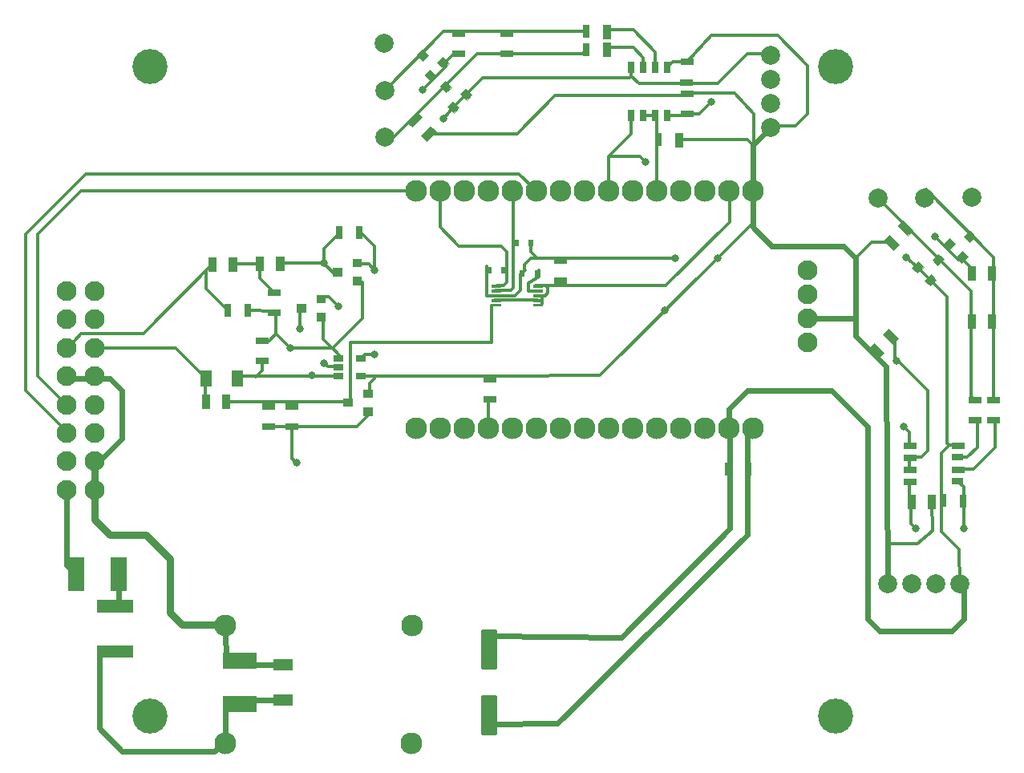
<source format=gbr>
%FSLAX34Y34*%
%MOMM*%
%LNCOPPER_BOTTOM*%
G71*
G01*
%ADD10C, 2.30*%
%ADD11C, 2.10*%
%ADD12C, 0.80*%
%ADD13C, 2.00*%
%ADD14C, 0.00*%
%ADD15C, 0.01*%
%ADD16R, 2.00X1.30*%
%ADD17R, 3.60X1.80*%
%ADD18R, 1.43X0.80*%
%ADD19R, 1.80X3.60*%
%ADD20R, 0.80X1.43*%
%ADD21C, 0.30*%
%ADD22R, 0.60X0.80*%
%ADD23R, 1.30X1.80*%
%ADD24R, 1.00X0.70*%
%ADD25C, 3.70*%
%ADD26C, 0.60*%
%ADD27R, 0.65X1.27*%
%ADD28C, 0.80*%
%ADD29R, 1.27X0.65*%
%ADD30C, 0.40*%
%LPD*%
X461798Y49947D02*
G54D10*
D03*
X265217Y174796D02*
G54D10*
D03*
X462067Y174796D02*
G54D10*
D03*
X264948Y49947D02*
G54D10*
D03*
X97310Y527600D02*
G54D11*
D03*
X127310Y527600D02*
G54D11*
D03*
X97310Y497600D02*
G54D11*
D03*
X127310Y497600D02*
G54D11*
D03*
X97310Y467600D02*
G54D11*
D03*
X127310Y467600D02*
G54D11*
D03*
X97310Y437600D02*
G54D11*
D03*
X127310Y437600D02*
G54D11*
D03*
X97310Y407600D02*
G54D11*
D03*
X127310Y407600D02*
G54D11*
D03*
X97310Y377600D02*
G54D11*
D03*
X127310Y377600D02*
G54D11*
D03*
X97310Y347600D02*
G54D11*
D03*
X127310Y347600D02*
G54D11*
D03*
X97310Y317600D02*
G54D11*
D03*
X127310Y317600D02*
G54D11*
D03*
X821887Y632913D02*
G54D10*
D03*
X821887Y382913D02*
G54D10*
D03*
X796487Y632913D02*
G54D10*
D03*
X796487Y382913D02*
G54D10*
D03*
X771087Y632913D02*
G54D10*
D03*
X771087Y382913D02*
G54D10*
D03*
X745687Y632913D02*
G54D10*
D03*
X745687Y382913D02*
G54D10*
D03*
X720287Y632913D02*
G54D10*
D03*
X720287Y382913D02*
G54D10*
D03*
X694887Y632913D02*
G54D10*
D03*
X694887Y382913D02*
G54D10*
D03*
X669487Y632913D02*
G54D10*
D03*
X669487Y382913D02*
G54D10*
D03*
X644087Y632913D02*
G54D10*
D03*
X644087Y382913D02*
G54D10*
D03*
X618687Y632913D02*
G54D10*
D03*
X618687Y382913D02*
G54D10*
D03*
X593287Y632913D02*
G54D10*
D03*
X593288Y382913D02*
G54D10*
D03*
X567887Y632913D02*
G54D10*
D03*
X567887Y382913D02*
G54D10*
D03*
X542487Y632913D02*
G54D10*
D03*
X542487Y382913D02*
G54D10*
D03*
X517087Y632913D02*
G54D10*
D03*
X517087Y382913D02*
G54D10*
D03*
X491687Y632913D02*
G54D10*
D03*
X491687Y382913D02*
G54D10*
D03*
X466287Y632913D02*
G54D10*
D03*
X466287Y382913D02*
G54D10*
D03*
X340050Y346400D02*
G54D12*
D03*
X740100Y562300D02*
G54D12*
D03*
X784550Y562300D02*
G54D12*
D03*
X368799Y451001D02*
G54D12*
D03*
X422600Y460700D02*
G54D12*
D03*
X333700Y467050D02*
G54D12*
D03*
X841022Y751306D02*
G54D13*
D03*
X841022Y725906D02*
G54D13*
D03*
X841022Y700506D02*
G54D13*
D03*
X841022Y776706D02*
G54D13*
D03*
X433213Y739453D02*
G54D13*
D03*
X433213Y690325D02*
G54D13*
D03*
X432499Y789296D02*
G54D13*
D03*
X1014976Y218174D02*
G54D13*
D03*
X989576Y218174D02*
G54D13*
D03*
X964176Y218174D02*
G54D13*
D03*
X1040376Y218174D02*
G54D13*
D03*
X1003124Y625983D02*
G54D13*
D03*
X953995Y625983D02*
G54D13*
D03*
X1052966Y626697D02*
G54D13*
D03*
X879800Y549600D02*
G54D11*
D03*
X879800Y524200D02*
G54D11*
D03*
X879800Y498800D02*
G54D11*
D03*
X879800Y473400D02*
G54D11*
D03*
X384500Y511500D02*
G54D12*
D03*
X343399Y487832D02*
G54D12*
D03*
X356099Y438301D02*
G54D12*
D03*
X422600Y549600D02*
G54D12*
D03*
X369064Y556775D02*
G54D12*
D03*
X778200Y727400D02*
G54D12*
D03*
X473400Y740100D02*
G54D12*
D03*
X495031Y709608D02*
G54D12*
D03*
X1014490Y584880D02*
G54D12*
D03*
X983999Y563249D02*
G54D12*
D03*
X1044900Y276550D02*
G54D12*
D03*
X994100Y276550D02*
G54D12*
D03*
X973554Y454194D02*
G54D12*
D03*
X981400Y384500D02*
G54D12*
D03*
X728641Y506811D02*
G54D12*
D03*
X543250Y136850D02*
G54D12*
D03*
X543250Y149550D02*
G54D12*
D03*
X542707Y163449D02*
G54D12*
D03*
X543250Y67000D02*
G54D12*
D03*
X543250Y79700D02*
G54D12*
D03*
X543250Y92400D02*
G54D12*
D03*
X708350Y663900D02*
G54D12*
D03*
G36*
X166742Y201146D02*
X166742Y189146D01*
X129742Y189146D01*
X129742Y201146D01*
X166742Y201146D01*
G37*
G54D14*
X166742Y201146D02*
X166742Y189146D01*
X129742Y189146D01*
X129742Y201146D01*
X166742Y201146D01*
G54D15*
X129742Y201146D02*
X166742Y201146D01*
X166742Y189146D01*
X129742Y189146D01*
X129742Y201146D01*
G36*
X166742Y153146D02*
X166742Y141146D01*
X129742Y141146D01*
X129742Y153146D01*
X166742Y153146D01*
G37*
G54D14*
X166742Y153146D02*
X166742Y141146D01*
X129742Y141146D01*
X129742Y153146D01*
X166742Y153146D01*
G54D15*
X129742Y153146D02*
X166742Y153146D01*
X166742Y141146D01*
X129742Y141146D01*
X129742Y153146D01*
X326183Y95659D02*
G54D16*
D03*
X326083Y133259D02*
G54D16*
D03*
X280432Y91676D02*
G54D17*
D03*
X280432Y136976D02*
G54D17*
D03*
G36*
X419650Y423552D02*
X410650Y423552D01*
X410650Y415552D01*
X419650Y415552D01*
X419650Y423552D01*
G37*
G54D14*
X419650Y423552D02*
X410650Y423552D01*
X410650Y415552D01*
X419650Y415552D01*
X419650Y423552D01*
G54D15*
X419650Y415552D02*
X419650Y423552D01*
X410650Y423552D01*
X410650Y415552D01*
X419650Y415552D01*
G36*
X419650Y404552D02*
X410651Y404552D01*
X410651Y396552D01*
X419650Y396552D01*
X419650Y404552D01*
G37*
G54D14*
X419650Y404552D02*
X410651Y404552D01*
X410651Y396552D01*
X419650Y396552D01*
X419650Y404552D01*
G54D15*
X419650Y396552D02*
X419650Y404552D01*
X410651Y404552D01*
X410651Y396552D01*
X419650Y396552D01*
G36*
X398651Y414052D02*
X389650Y414052D01*
X389651Y406052D01*
X398650Y406052D01*
X398651Y414052D01*
G37*
G54D14*
X398651Y414052D02*
X389650Y414052D01*
X389651Y406052D01*
X398650Y406052D01*
X398651Y414052D01*
G54D15*
X398650Y406052D02*
X398651Y414052D01*
X389650Y414052D01*
X389651Y406052D01*
X398650Y406052D01*
X310798Y405270D02*
G54D18*
D03*
X310792Y383966D02*
G54D18*
D03*
X335597Y383969D02*
G54D18*
D03*
X335631Y405269D02*
G54D18*
D03*
X107168Y228454D02*
G54D19*
D03*
X152468Y228454D02*
G54D19*
D03*
X817182Y339893D02*
G54D20*
D03*
X795882Y339859D02*
G54D20*
D03*
G36*
X546000Y533844D02*
X546000Y531844D01*
X555000Y531844D01*
X555000Y533844D01*
X546000Y533844D01*
G37*
G54D14*
X546000Y533844D02*
X546000Y531844D01*
X555000Y531844D01*
X555000Y533844D01*
X546000Y533844D01*
G54D14*
X555000Y533844D02*
X546000Y533844D01*
X546000Y531844D01*
X555000Y531844D01*
X555000Y533844D01*
G36*
X546000Y528844D02*
X546000Y526844D01*
X555000Y526844D01*
X555000Y528844D01*
X546000Y528844D01*
G37*
G54D14*
X546000Y528844D02*
X546000Y526844D01*
X555000Y526844D01*
X555000Y528844D01*
X546000Y528844D01*
G54D14*
X555000Y528844D02*
X546000Y528844D01*
X546000Y526844D01*
X555000Y526844D01*
X555000Y528844D01*
G36*
X546000Y523844D02*
X546000Y521844D01*
X555000Y521844D01*
X555000Y523844D01*
X546000Y523844D01*
G37*
G54D14*
X546000Y523844D02*
X546000Y521844D01*
X555000Y521844D01*
X555000Y523844D01*
X546000Y523844D01*
G54D14*
X555000Y523844D02*
X546000Y523844D01*
X546000Y521844D01*
X555000Y521844D01*
X555000Y523844D01*
G36*
X546000Y518844D02*
X546000Y516844D01*
X555000Y516844D01*
X555000Y518844D01*
X546000Y518844D01*
G37*
G54D14*
X546000Y518844D02*
X546000Y516844D01*
X555000Y516844D01*
X555000Y518844D01*
X546000Y518844D01*
G54D14*
X555000Y518844D02*
X546000Y518844D01*
X546000Y516844D01*
X555000Y516844D01*
X555000Y518844D01*
G36*
X546000Y513844D02*
X546000Y511844D01*
X555000Y511844D01*
X555000Y513844D01*
X546000Y513844D01*
G37*
G54D14*
X546000Y513844D02*
X546000Y511844D01*
X555000Y511844D01*
X555000Y513844D01*
X546000Y513844D01*
G54D14*
X555000Y513844D02*
X546000Y513844D01*
X546000Y511844D01*
X555000Y511844D01*
X555000Y513844D01*
G36*
X590000Y513844D02*
X590000Y511844D01*
X599000Y511844D01*
X599000Y513844D01*
X590000Y513844D01*
G37*
G54D14*
X590000Y513844D02*
X590000Y511844D01*
X599000Y511844D01*
X599000Y513844D01*
X590000Y513844D01*
G54D14*
X599000Y513844D02*
X590000Y513844D01*
X590000Y511844D01*
X599000Y511844D01*
X599000Y513844D01*
G36*
X590000Y518844D02*
X590000Y516844D01*
X599000Y516844D01*
X599000Y518844D01*
X590000Y518844D01*
G37*
G54D14*
X590000Y518844D02*
X590000Y516844D01*
X599000Y516844D01*
X599000Y518844D01*
X590000Y518844D01*
G54D14*
X599000Y518844D02*
X590000Y518844D01*
X590000Y516844D01*
X599000Y516844D01*
X599000Y518844D01*
G36*
X590000Y523844D02*
X590000Y521844D01*
X599000Y521844D01*
X599000Y523844D01*
X590000Y523844D01*
G37*
G54D14*
X590000Y523844D02*
X590000Y521844D01*
X599000Y521844D01*
X599000Y523844D01*
X590000Y523844D01*
G54D14*
X599000Y523844D02*
X590000Y523844D01*
X590000Y521844D01*
X599000Y521844D01*
X599000Y523844D01*
G36*
X590000Y528844D02*
X590000Y526844D01*
X599000Y526844D01*
X599000Y528844D01*
X590000Y528844D01*
G37*
G54D14*
X590000Y528844D02*
X590000Y526844D01*
X599000Y526844D01*
X599000Y528844D01*
X590000Y528844D01*
G54D14*
X599000Y528844D02*
X590000Y528844D01*
X590000Y526844D01*
X599000Y526844D01*
X599000Y528844D01*
G36*
X590000Y533844D02*
X590000Y531844D01*
X599000Y531844D01*
X599000Y533844D01*
X590000Y533844D01*
G37*
G54D14*
X590000Y533844D02*
X590000Y531844D01*
X599000Y531844D01*
X599000Y533844D01*
X590000Y533844D01*
G54D14*
X599000Y533844D02*
X590000Y533844D01*
X590000Y531844D01*
X599000Y531844D01*
X599000Y533844D01*
G54D21*
X550317Y527979D02*
X566079Y527979D01*
X568650Y530550D01*
X568650Y632150D01*
G54D21*
X551886Y533136D02*
X558536Y533136D01*
X562300Y536900D01*
X562300Y568650D01*
X555950Y575000D01*
X511500Y575000D01*
X491687Y594813D01*
X491687Y632913D01*
X559116Y549740D02*
G54D22*
D03*
X543216Y549740D02*
G54D22*
D03*
X587780Y577879D02*
G54D22*
D03*
X571880Y577879D02*
G54D22*
D03*
G54D21*
X540738Y553777D02*
X540799Y522424D01*
X570831Y522444D01*
X576222Y527930D01*
X576198Y545502D01*
X581250Y549330D01*
G54D21*
X595775Y549732D02*
X595724Y542456D01*
X584931Y536109D01*
X585019Y527709D01*
X592978Y527710D01*
G54D21*
X594101Y522678D02*
X602367Y522678D01*
X605019Y525566D01*
X605019Y531076D01*
X603081Y533015D01*
X592979Y533015D01*
G36*
X239982Y417868D02*
X247982Y417868D01*
X247982Y403568D01*
X239982Y403568D01*
X239982Y417868D01*
G37*
G54D14*
X239982Y417868D02*
X247982Y417868D01*
X247982Y403568D01*
X239982Y403568D01*
X239982Y417868D01*
G36*
X261284Y417874D02*
X269284Y417875D01*
X269285Y403575D01*
X261285Y403574D01*
X261284Y417874D01*
G37*
G54D14*
X261284Y417874D02*
X269284Y417875D01*
X269285Y403575D01*
X261285Y403574D01*
X261284Y417874D01*
X244800Y435300D02*
G54D23*
D03*
X277300Y435400D02*
G54D23*
D03*
G54D21*
X243982Y410718D02*
X243982Y434482D01*
X244800Y435300D01*
X212500Y467600D01*
X127310Y467600D01*
G54D21*
X277015Y437354D02*
X384315Y437354D01*
X408115Y437354D02*
G54D24*
D03*
X408115Y456354D02*
G54D24*
D03*
X384315Y437354D02*
G54D24*
D03*
X384315Y456354D02*
G54D24*
D03*
X384315Y446854D02*
G54D24*
D03*
X185658Y764292D02*
G54D25*
D03*
X909558Y764292D02*
G54D25*
D03*
X909558Y78492D02*
G54D25*
D03*
X185658Y78492D02*
G54D25*
D03*
G54D26*
X152468Y228454D02*
X152468Y195872D01*
X150742Y194146D01*
G54D26*
X131742Y148146D02*
X131742Y65758D01*
X155900Y41600D01*
X252823Y41059D01*
X264948Y49947D01*
X265260Y95659D01*
X326183Y95659D01*
G54D26*
X542003Y70492D02*
X615764Y71074D01*
X816300Y270200D01*
X816300Y377326D01*
X821887Y382913D01*
G54D26*
X542707Y163449D02*
X682796Y162096D01*
X797250Y276550D01*
X797250Y382150D01*
X796487Y382913D01*
X796487Y402787D01*
X816300Y422600D01*
X905200Y422600D01*
X943300Y384500D01*
X943300Y181300D01*
X956000Y168600D01*
X1032200Y168600D01*
X1044900Y181300D01*
X1044900Y213650D01*
X1040376Y218174D01*
G54D26*
X326083Y133259D02*
X265679Y133259D01*
X265217Y174796D01*
X693717Y713129D02*
G54D27*
D03*
X706417Y713129D02*
G54D27*
D03*
X719117Y713128D02*
G54D27*
D03*
X731817Y713129D02*
G54D27*
D03*
X731816Y763929D02*
G54D27*
D03*
X719117Y763929D02*
G54D27*
D03*
X706416Y763929D02*
G54D27*
D03*
X693716Y763929D02*
G54D27*
D03*
X722360Y687129D02*
G54D20*
D03*
G36*
X739663Y694272D02*
X747663Y694272D01*
X747663Y679972D01*
X739663Y679972D01*
X739663Y694272D01*
G37*
G54D14*
X739663Y694272D02*
X747663Y694272D01*
X747663Y679972D01*
X739663Y679972D01*
X739663Y694272D01*
X752800Y714700D02*
G54D18*
D03*
X752806Y736003D02*
G54D18*
D03*
G54D26*
X97310Y317600D02*
X97310Y238312D01*
X107168Y228454D01*
G54D28*
X127310Y347600D02*
X127310Y286090D01*
X143200Y270200D01*
X181300Y270200D01*
X206700Y244800D01*
X206700Y187650D01*
X219400Y174950D01*
X265063Y174950D01*
X265217Y174796D01*
G54D26*
X127310Y347600D02*
X131700Y347600D01*
X155900Y371800D01*
X155900Y422600D01*
X143200Y435300D01*
X129610Y435300D01*
X97511Y434783D01*
G54D21*
X265284Y410725D02*
X397201Y410724D01*
X397200Y473400D01*
X546025Y473372D01*
X545999Y512408D01*
G54D21*
X310792Y383966D02*
X335597Y383969D01*
X335597Y350853D01*
X340050Y346400D01*
G54D21*
X603081Y533015D02*
X729865Y533015D01*
X797250Y600400D01*
X797250Y632150D01*
X796487Y632913D01*
G54D21*
X549600Y517850D02*
X594050Y517850D01*
G54D21*
X599000Y513497D02*
X599000Y521844D01*
G54D21*
X580518Y549943D02*
X580518Y555118D01*
X587700Y562300D01*
X740100Y562300D01*
G54D21*
X408115Y437354D02*
X552615Y437354D01*
X660726Y438477D01*
X784550Y562300D01*
X822650Y600400D01*
X822650Y632150D01*
X821887Y632913D01*
X618850Y538400D02*
G54D18*
D03*
X618884Y559700D02*
G54D18*
D03*
G54D21*
X587780Y577879D02*
X587780Y568570D01*
X594050Y562300D01*
G54D21*
X384543Y447992D02*
X373173Y447992D01*
X368799Y451001D01*
G54D21*
X422600Y460700D02*
X412461Y460700D01*
X408115Y456354D01*
G54D21*
X384315Y456354D02*
X384315Y460885D01*
X378150Y467050D01*
X333700Y467050D01*
X318285Y482229D01*
X318462Y506548D01*
X288993Y507085D01*
X544164Y434689D02*
G54D18*
D03*
X544170Y413386D02*
G54D18*
D03*
G54D21*
X542487Y382913D02*
X542487Y411704D01*
X544170Y413386D01*
G54D21*
X466287Y632913D02*
X112213Y632913D01*
X67000Y587700D01*
X67000Y437910D01*
X97310Y407600D01*
G54D21*
X97310Y377600D02*
X97310Y379590D01*
X54300Y422600D01*
X54300Y587700D01*
X117800Y651200D01*
X575000Y651200D01*
X593287Y632913D01*
G54D26*
X964176Y218174D02*
X962350Y448000D01*
X930702Y479750D01*
X930600Y562300D01*
X917900Y575000D01*
X841700Y575000D01*
X821887Y594813D01*
X821887Y632913D01*
X821887Y681372D01*
X841022Y700506D01*
G54D26*
X879800Y498800D02*
X930702Y498800D01*
G36*
X370300Y523339D02*
X361300Y523339D01*
X361300Y515339D01*
X370300Y515339D01*
X370300Y523339D01*
G37*
G54D14*
X370300Y523339D02*
X361300Y523339D01*
X361300Y515339D01*
X370300Y515339D01*
X370300Y523339D01*
G54D15*
X370300Y515339D02*
X370300Y523339D01*
X361300Y523339D01*
X361300Y515339D01*
X370300Y515339D01*
G36*
X370300Y504339D02*
X361300Y504339D01*
X361300Y496339D01*
X370300Y496339D01*
X370300Y504339D01*
G37*
G54D14*
X370300Y504339D02*
X361300Y504339D01*
X361300Y496339D01*
X370300Y496339D01*
X370300Y504339D01*
G54D15*
X370300Y496339D02*
X370300Y504339D01*
X361300Y504339D01*
X361300Y496339D01*
X370300Y496339D01*
G36*
X349300Y513839D02*
X340300Y513839D01*
X340300Y505839D01*
X349300Y505839D01*
X349300Y513839D01*
G37*
G54D14*
X349300Y513839D02*
X340300Y513839D01*
X340300Y505839D01*
X349300Y505839D01*
X349300Y513839D01*
G54D15*
X349300Y505839D02*
X349300Y513839D01*
X340300Y513839D01*
X340300Y505839D01*
X349300Y505839D01*
G54D21*
X368300Y497839D02*
X368300Y476900D01*
X387980Y456958D01*
G54D21*
X368300Y521839D02*
X374161Y521839D01*
X384500Y511500D01*
G54D21*
X343399Y487832D02*
X343548Y510438D01*
G36*
X247150Y563100D02*
X255150Y563100D01*
X255150Y548800D01*
X247150Y548800D01*
X247150Y563100D01*
G37*
G54D14*
X247150Y563100D02*
X255150Y563100D01*
X255150Y548800D01*
X247150Y548800D01*
X247150Y563100D01*
G36*
X268453Y563106D02*
X276453Y563106D01*
X276453Y548806D01*
X268453Y548806D01*
X268453Y563106D01*
G37*
G54D14*
X268453Y563106D02*
X276453Y563106D01*
X276453Y548806D01*
X268453Y548806D01*
X268453Y563106D01*
G36*
X297132Y563918D02*
X305132Y563918D01*
X305132Y549618D01*
X297132Y549618D01*
X297132Y563918D01*
G37*
G54D14*
X297132Y563918D02*
X305132Y563918D01*
X305132Y549618D01*
X297132Y549618D01*
X297132Y563918D01*
G36*
X318434Y563924D02*
X326434Y563925D01*
X326435Y549625D01*
X318435Y549624D01*
X318434Y563924D01*
G37*
G54D14*
X318434Y563924D02*
X326434Y563925D01*
X326435Y549625D01*
X318435Y549624D01*
X318434Y563924D01*
X288993Y507085D02*
G54D20*
D03*
X267690Y507079D02*
G54D20*
D03*
X316547Y504619D02*
G54D18*
D03*
X316581Y525919D02*
G54D18*
D03*
G36*
X408400Y561439D02*
X399400Y561439D01*
X399400Y553439D01*
X408400Y553439D01*
X408400Y561439D01*
G37*
G54D14*
X408400Y561439D02*
X399400Y561439D01*
X399400Y553439D01*
X408400Y553439D01*
X408400Y561439D01*
G54D15*
X408400Y553439D02*
X408400Y561439D01*
X399400Y561439D01*
X399400Y553439D01*
X408400Y553439D01*
G36*
X408400Y542439D02*
X399400Y542439D01*
X399400Y534439D01*
X408400Y534439D01*
X408400Y542439D01*
G37*
G54D14*
X408400Y542439D02*
X399400Y542439D01*
X399400Y534439D01*
X408400Y534439D01*
X408400Y542439D01*
G54D15*
X408400Y534439D02*
X408400Y542439D01*
X399400Y542439D01*
X399400Y534439D01*
X408400Y534439D01*
G36*
X387400Y551939D02*
X378400Y551939D01*
X378400Y543939D01*
X387400Y543939D01*
X387400Y551939D01*
G37*
G54D14*
X387400Y551939D02*
X378400Y551939D01*
X378400Y543939D01*
X387400Y543939D01*
X387400Y551939D01*
G54D15*
X387400Y543939D02*
X387400Y551939D01*
X378400Y551939D01*
X378400Y543939D01*
X387400Y543939D01*
G54D21*
X97310Y467600D02*
X99300Y467600D01*
X112405Y482295D01*
X178289Y482772D01*
X251150Y555950D01*
G54D21*
X409900Y536900D02*
X409900Y498800D01*
X378150Y467050D01*
G54D21*
X406272Y589588D02*
X408011Y589588D01*
X422600Y575000D01*
X422600Y549600D01*
X416250Y555950D01*
X403550Y555950D01*
G54D21*
X272453Y555956D02*
X300320Y555956D01*
X301132Y556768D01*
X301132Y541368D01*
X316581Y525919D01*
G54D21*
X322434Y556775D02*
X369064Y556775D01*
X380400Y545439D01*
X406272Y589588D02*
G54D20*
D03*
X384969Y589582D02*
G54D20*
D03*
G54D21*
X384969Y589582D02*
X384969Y588170D01*
X369064Y572264D01*
X369064Y556775D01*
G54D21*
X731817Y713129D02*
X751229Y713129D01*
G54D21*
X706417Y713129D02*
X719117Y713128D01*
X720287Y709113D01*
X720287Y632913D01*
G54D21*
X752807Y736540D02*
X802819Y736950D01*
X822650Y714700D01*
X822650Y676600D01*
G54D21*
X693717Y713129D02*
X693717Y693717D01*
X669487Y669487D01*
X669487Y632913D01*
G54D21*
X743663Y687122D02*
X816137Y687122D01*
X821887Y681372D01*
G54D21*
X752800Y714700D02*
X765500Y714700D01*
X778200Y727400D01*
G54D21*
X693716Y763929D02*
X693716Y754734D01*
X702000Y746450D01*
X784550Y746450D01*
X816300Y778200D01*
X839528Y778200D01*
X841022Y776706D01*
G54D21*
X731816Y763929D02*
X737138Y769250D01*
X752234Y769250D01*
X778200Y797250D01*
X848050Y797250D01*
X879800Y765500D01*
X879800Y714700D01*
X867100Y702000D01*
X842516Y702000D01*
X841022Y700506D01*
X752200Y747950D02*
G54D18*
D03*
X752234Y769250D02*
G54D18*
D03*
X646160Y801429D02*
G54D20*
D03*
G36*
X663463Y808572D02*
X671463Y808572D01*
X671463Y794272D01*
X663463Y794272D01*
X663463Y808572D01*
G37*
G54D14*
X663463Y808572D02*
X671463Y808572D01*
X671463Y794272D01*
X663463Y794272D01*
X663463Y808572D01*
X646160Y782379D02*
G54D20*
D03*
G36*
X663463Y789522D02*
X671463Y789522D01*
X671463Y775222D01*
X663463Y775222D01*
X663463Y789522D01*
G37*
G54D14*
X663463Y789522D02*
X671463Y789522D01*
X671463Y775222D01*
X663463Y775222D01*
X663463Y789522D01*
G54D21*
X706416Y763929D02*
X706416Y773784D01*
X695650Y784550D01*
X669641Y784550D01*
X667463Y782372D01*
G54D21*
X719117Y763929D02*
X719117Y780133D01*
X695650Y803600D01*
X669641Y803600D01*
X667463Y801422D01*
G54D21*
X646160Y801429D02*
X495188Y801429D01*
X433213Y739453D01*
G54D21*
X433213Y690325D02*
X442675Y690325D01*
X530550Y778200D01*
X641981Y778200D01*
X646160Y782379D01*
X562300Y778200D02*
G54D18*
D03*
X562306Y799503D02*
G54D18*
D03*
G36*
X500812Y768110D02*
X494448Y774474D01*
X488791Y768818D01*
X495155Y762454D01*
X500812Y768110D01*
G37*
G54D14*
X500812Y768110D02*
X494448Y774474D01*
X488791Y768818D01*
X495155Y762454D01*
X500812Y768110D01*
G54D15*
X495155Y762454D02*
X500812Y768110D01*
X494448Y774474D01*
X488791Y768818D01*
X495155Y762454D01*
G36*
X487377Y754676D02*
X481013Y761040D01*
X475356Y755383D01*
X481720Y749019D01*
X487377Y754676D01*
G37*
G54D14*
X487377Y754676D02*
X481013Y761040D01*
X475356Y755383D01*
X481720Y749019D01*
X487377Y754676D01*
G54D15*
X481720Y749019D02*
X487377Y754676D01*
X481013Y761040D01*
X475356Y755383D01*
X481720Y749019D01*
G36*
X479245Y776242D02*
X472881Y782606D01*
X467224Y776949D01*
X473588Y770586D01*
X479245Y776242D01*
G37*
G54D14*
X479245Y776242D02*
X472881Y782606D01*
X467224Y776949D01*
X473588Y770586D01*
X479245Y776242D01*
G54D15*
X473588Y770586D02*
X479245Y776242D01*
X472881Y782606D01*
X467224Y776949D01*
X473588Y770586D01*
G36*
X525069Y734682D02*
X518705Y741046D01*
X513048Y735390D01*
X519412Y729026D01*
X525069Y734682D01*
G37*
G54D14*
X525069Y734682D02*
X518705Y741046D01*
X513048Y735390D01*
X519412Y729026D01*
X525069Y734682D01*
G54D15*
X519412Y729026D02*
X525069Y734682D01*
X518705Y741046D01*
X513048Y735390D01*
X519412Y729026D01*
G36*
X511634Y721247D02*
X505270Y727612D01*
X499613Y721954D01*
X505977Y715590D01*
X511634Y721247D01*
G37*
G54D14*
X511634Y721247D02*
X505270Y727612D01*
X499613Y721954D01*
X505977Y715590D01*
X511634Y721247D01*
G54D15*
X505977Y715590D02*
X511634Y721247D01*
X505270Y727612D01*
X499613Y721954D01*
X505977Y715590D01*
G36*
X503502Y742814D02*
X497138Y749178D01*
X491482Y743521D01*
X497845Y737158D01*
X503502Y742814D01*
G37*
G54D14*
X503502Y742814D02*
X497138Y749178D01*
X491482Y743521D01*
X497845Y737158D01*
X503502Y742814D01*
G54D15*
X497845Y737158D02*
X503502Y742814D01*
X497138Y749178D01*
X491482Y743521D01*
X497845Y737158D01*
G54D21*
X495031Y709608D02*
X506408Y722308D01*
X536900Y752800D01*
X691783Y752800D01*
X693716Y754734D01*
G54D21*
X511500Y778200D02*
X506361Y778200D01*
X497736Y769574D01*
X497736Y764436D01*
X473400Y740100D01*
X511500Y778200D02*
G54D18*
D03*
X511506Y799503D02*
G54D18*
D03*
G36*
X477358Y685634D02*
X471701Y691290D01*
X481812Y701403D01*
X487469Y695746D01*
X477358Y685634D01*
G37*
G54D14*
X477358Y685634D02*
X471701Y691290D01*
X481812Y701403D01*
X487469Y695746D01*
X477358Y685634D01*
G36*
X462299Y700702D02*
X456642Y706358D01*
X466753Y716470D01*
X472410Y710814D01*
X462299Y700702D01*
G37*
G54D14*
X462299Y700702D02*
X456642Y706358D01*
X466753Y716470D01*
X472410Y710814D01*
X462299Y700702D01*
G54D21*
X479585Y693518D02*
X572868Y693518D01*
X613100Y733750D01*
X750553Y733750D01*
X752806Y736003D01*
G36*
X981169Y367813D02*
X993869Y367813D01*
X993870Y361313D01*
X981170Y361313D01*
X981169Y367813D01*
G37*
G54D14*
X981169Y367813D02*
X993869Y367813D01*
X993870Y361313D01*
X981170Y361313D01*
X981169Y367813D01*
G36*
X981169Y355113D02*
X993869Y355113D01*
X993870Y348613D01*
X981170Y348613D01*
X981169Y355113D01*
G37*
G54D14*
X981169Y355113D02*
X993869Y355113D01*
X993870Y348613D01*
X981170Y348613D01*
X981169Y355113D01*
G36*
X981169Y342413D02*
X993869Y342413D01*
X993869Y335913D01*
X981169Y335913D01*
X981169Y342413D01*
G37*
G54D14*
X981169Y342413D02*
X993869Y342413D01*
X993869Y335913D01*
X981169Y335913D01*
X981169Y342413D01*
G36*
X981169Y329712D02*
X993869Y329713D01*
X993870Y323213D01*
X981170Y323212D01*
X981169Y329712D01*
G37*
G54D14*
X981169Y329712D02*
X993869Y329713D01*
X993870Y323213D01*
X981170Y323212D01*
X981169Y329712D01*
X1038319Y326463D02*
G54D29*
D03*
G36*
X1031970Y342413D02*
X1044670Y342413D01*
X1044670Y335913D01*
X1031970Y335913D01*
X1031970Y342413D01*
G37*
G54D14*
X1031970Y342413D02*
X1044670Y342413D01*
X1044670Y335913D01*
X1031970Y335913D01*
X1031970Y342413D01*
X1038320Y351863D02*
G54D29*
D03*
G36*
X1031969Y367813D02*
X1044669Y367813D01*
X1044670Y361313D01*
X1031970Y361313D01*
X1031969Y367813D01*
G37*
G54D14*
X1031969Y367813D02*
X1044669Y367813D01*
X1044670Y361313D01*
X1031970Y361313D01*
X1031969Y367813D01*
G36*
X985090Y312629D02*
X993090Y312630D01*
X993091Y298330D01*
X985091Y298329D01*
X985090Y312629D01*
G37*
G54D14*
X985090Y312629D02*
X993090Y312630D01*
X993091Y298330D01*
X985091Y298329D01*
X985090Y312629D01*
G36*
X1006393Y312623D02*
X1014393Y312624D01*
X1014394Y298324D01*
X1006394Y298323D01*
X1006393Y312623D01*
G37*
G54D14*
X1006393Y312623D02*
X1014393Y312624D01*
X1014394Y298324D01*
X1006394Y298323D01*
X1006393Y312623D01*
G54D21*
X987519Y326463D02*
X987519Y307051D01*
G54D21*
X967253Y479683D02*
X972108Y474827D01*
X972108Y457293D01*
X1006800Y422601D01*
X1006800Y359100D01*
X999563Y351863D01*
X987519Y351863D01*
X987519Y339163D01*
G54D21*
X1010931Y305473D02*
X1011340Y274511D01*
X995440Y261030D01*
X963690Y261030D01*
G54D21*
X1038320Y364563D02*
X1029124Y364563D01*
X1020840Y356280D01*
X1020840Y273730D01*
X1039890Y254680D01*
X1040376Y218174D01*
X1022340Y306080D02*
G54D20*
D03*
X1043640Y306046D02*
G54D20*
D03*
G54D21*
X1044900Y276550D02*
X1044879Y320728D01*
X1038319Y326463D01*
X1075819Y412120D02*
G54D18*
D03*
X1075812Y390816D02*
G54D18*
D03*
X1056769Y412120D02*
G54D18*
D03*
X1056762Y390816D02*
G54D18*
D03*
G54D21*
X1038320Y351863D02*
X1048174Y351863D01*
X1058940Y362630D01*
X1058940Y388639D01*
X1056763Y390816D01*
G54D21*
X1038320Y339163D02*
X1054524Y339163D01*
X1077990Y362630D01*
X1077990Y388639D01*
X1075813Y390816D01*
G54D21*
X1075819Y412120D02*
X1075819Y563091D01*
X1005207Y635066D01*
G54D21*
X953995Y625983D02*
X964715Y615605D01*
X1052590Y527730D01*
X1052590Y416298D01*
X1056769Y412120D01*
G36*
X1048590Y503129D02*
X1056590Y503130D01*
X1056591Y488830D01*
X1048591Y488829D01*
X1048590Y503129D01*
G37*
G54D14*
X1048590Y503129D02*
X1056590Y503130D01*
X1056591Y488830D01*
X1048591Y488829D01*
X1048590Y503129D01*
G36*
X1069893Y503123D02*
X1077893Y503124D01*
X1077894Y488824D01*
X1069894Y488823D01*
X1069893Y503123D01*
G37*
G54D14*
X1069893Y503123D02*
X1077893Y503124D01*
X1077894Y488824D01*
X1069894Y488823D01*
X1069893Y503123D01*
G36*
X1042501Y557468D02*
X1048865Y563832D01*
X1043208Y569488D01*
X1036844Y563124D01*
X1042501Y557468D01*
G37*
G54D14*
X1042501Y557468D02*
X1048865Y563832D01*
X1043208Y569488D01*
X1036844Y563124D01*
X1042501Y557468D01*
G54D15*
X1036844Y563124D02*
X1042501Y557468D01*
X1048865Y563832D01*
X1043208Y569488D01*
X1036844Y563124D01*
G36*
X1029066Y570902D02*
X1035430Y577267D01*
X1029773Y582923D01*
X1023409Y576559D01*
X1029066Y570902D01*
G37*
G54D14*
X1029066Y570902D02*
X1035430Y577267D01*
X1029773Y582923D01*
X1023409Y576559D01*
X1029066Y570902D01*
G54D15*
X1023409Y576559D02*
X1029066Y570902D01*
X1035430Y577267D01*
X1029773Y582923D01*
X1023409Y576559D01*
G36*
X1050633Y579034D02*
X1056997Y585398D01*
X1051340Y591055D01*
X1044976Y584691D01*
X1050633Y579034D01*
G37*
G54D14*
X1050633Y579034D02*
X1056997Y585398D01*
X1051340Y591055D01*
X1044976Y584691D01*
X1050633Y579034D01*
G54D15*
X1044976Y584691D02*
X1050633Y579034D01*
X1056997Y585398D01*
X1051340Y591055D01*
X1044976Y584691D01*
G36*
X1009073Y533211D02*
X1015437Y539574D01*
X1009780Y545231D01*
X1003416Y538867D01*
X1009073Y533211D01*
G37*
G54D14*
X1009073Y533211D02*
X1015437Y539574D01*
X1009780Y545231D01*
X1003416Y538867D01*
X1009073Y533211D01*
G54D15*
X1003416Y538867D02*
X1009073Y533211D01*
X1015437Y539574D01*
X1009780Y545231D01*
X1003416Y538867D01*
G36*
X995638Y546646D02*
X1002002Y553010D01*
X996345Y558666D01*
X989981Y552302D01*
X995638Y546646D01*
G37*
G54D14*
X995638Y546646D02*
X1002002Y553010D01*
X996345Y558666D01*
X989981Y552302D01*
X995638Y546646D01*
G54D15*
X989981Y552302D02*
X995638Y546646D01*
X1002002Y553010D01*
X996345Y558666D01*
X989981Y552302D01*
G36*
X1017204Y554777D02*
X1023569Y561142D01*
X1017912Y566798D01*
X1011548Y560434D01*
X1017204Y554777D01*
G37*
G54D14*
X1017204Y554777D02*
X1023569Y561142D01*
X1017912Y566798D01*
X1011548Y560434D01*
X1017204Y554777D01*
G54D15*
X1011548Y560434D02*
X1017204Y554777D01*
X1023569Y561142D01*
X1017912Y566798D01*
X1011548Y560434D01*
G54D21*
X983999Y563249D02*
X996698Y551872D01*
X1027190Y521380D01*
X1027190Y366496D01*
X1029124Y364563D01*
G54D21*
X1052590Y546780D02*
X1052590Y551918D01*
X1043965Y560544D01*
X1038826Y560544D01*
X1014490Y584880D01*
G36*
X1048590Y553930D02*
X1056590Y553930D01*
X1056591Y539630D01*
X1048591Y539630D01*
X1048590Y553930D01*
G37*
G54D14*
X1048590Y553930D02*
X1056590Y553930D01*
X1056591Y539630D01*
X1048591Y539630D01*
X1048590Y553930D01*
G36*
X1069893Y553923D02*
X1077893Y553924D01*
X1077894Y539624D01*
X1069894Y539623D01*
X1069893Y553923D01*
G37*
G54D14*
X1069893Y553923D02*
X1077893Y553924D01*
X1077894Y539624D01*
X1069894Y539623D01*
X1069893Y553923D01*
G36*
X960024Y580922D02*
X965681Y586579D01*
X975793Y576467D01*
X970136Y570810D01*
X960024Y580922D01*
G37*
G54D14*
X960024Y580922D02*
X965681Y586579D01*
X975793Y576467D01*
X970136Y570810D01*
X960024Y580922D01*
G36*
X975092Y595981D02*
X980749Y601638D01*
X990861Y591527D01*
X985204Y585870D01*
X975092Y595981D01*
G37*
G54D14*
X975092Y595981D02*
X980749Y601638D01*
X990861Y591527D01*
X985204Y585870D01*
X975092Y595981D01*
G54D21*
X967909Y578695D02*
X946995Y578695D01*
X930600Y562300D01*
G54D21*
X989006Y298322D02*
X989006Y281644D01*
X994100Y276550D01*
G36*
X975137Y477455D02*
X969480Y471798D01*
X959369Y481910D01*
X965026Y487567D01*
X975137Y477455D01*
G37*
G54D14*
X975137Y477455D02*
X969480Y471798D01*
X959369Y481910D01*
X965026Y487567D01*
X975137Y477455D01*
G36*
X960069Y462397D02*
X954413Y456740D01*
X944300Y466850D01*
X949956Y472508D01*
X960069Y462397D01*
G37*
G54D14*
X960069Y462397D02*
X954413Y456740D01*
X944300Y466850D01*
X949956Y472508D01*
X960069Y462397D01*
G54D21*
X987519Y364563D02*
X987519Y378381D01*
X981400Y384500D01*
X303847Y453819D02*
G54D18*
D03*
X303881Y475119D02*
G54D18*
D03*
G54D21*
X303847Y453819D02*
X303847Y443547D01*
X297411Y437110D01*
G54D21*
X303881Y475119D02*
X311175Y475119D01*
X318285Y482229D01*
G54D21*
X335597Y383969D02*
X403567Y383969D01*
X417650Y398052D01*
G54D21*
X417651Y422052D02*
X417651Y430350D01*
X422600Y435300D01*
G36*
X536900Y168600D02*
X549600Y168600D01*
X549600Y143200D01*
X549600Y130500D01*
X536900Y130500D01*
X536900Y168600D01*
G37*
G54D14*
X536900Y168600D02*
X549600Y168600D01*
X549600Y143200D01*
X549600Y130500D01*
X536900Y130500D01*
X536900Y168600D01*
G54D30*
X536900Y130500D02*
X536900Y168600D01*
X549600Y168600D01*
X549600Y143200D01*
X549600Y130500D01*
X536900Y130500D01*
G36*
X536900Y98750D02*
X549600Y98750D01*
X549600Y73350D01*
X549600Y60650D01*
X536900Y60650D01*
X536900Y98750D01*
G37*
G54D14*
X536900Y98750D02*
X549600Y98750D01*
X549600Y73350D01*
X549600Y60650D01*
X536900Y60650D01*
X536900Y98750D01*
G54D30*
X536900Y60650D02*
X536900Y98750D01*
X549600Y98750D01*
X549600Y73350D01*
X549600Y60650D01*
X536900Y60650D01*
X594454Y545794D02*
G54D22*
D03*
X578554Y545794D02*
G54D22*
D03*
G54D21*
X244800Y549600D02*
X244800Y529969D01*
X267690Y507079D01*
G54D21*
X669487Y669487D02*
X702763Y669487D01*
X708350Y663900D01*
M02*

</source>
